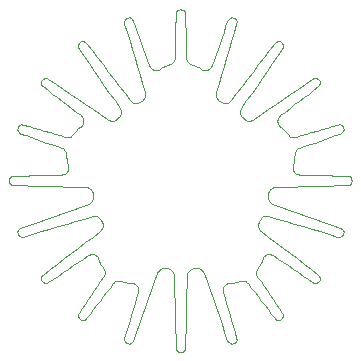
<source format=gbr>
G04 #@! TF.GenerationSoftware,KiCad,Pcbnew,5.0.2-bee76a0~70~ubuntu18.04.1*
G04 #@! TF.CreationDate,2019-06-24T09:08:42+02:00*
G04 #@! TF.ProjectId,GaudiPCR,47617564-6950-4435-922e-6b696361645f,rev?*
G04 #@! TF.SameCoordinates,Original*
G04 #@! TF.FileFunction,Profile,NP*
%FSLAX46Y46*%
G04 Gerber Fmt 4.6, Leading zero omitted, Abs format (unit mm)*
G04 Created by KiCad (PCBNEW 5.0.2-bee76a0~70~ubuntu18.04.1) date Mo 24 Jun 2019 09:08:42 CEST*
%MOMM*%
%LPD*%
G01*
G04 APERTURE LIST*
%ADD10C,0.100000*%
G04 APERTURE END LIST*
D10*
X93226922Y-107052720D02*
X93282102Y-107153580D01*
X93282102Y-107153580D02*
X93341132Y-107252280D01*
X108718637Y-95657230D02*
X108633557Y-95579830D01*
X108800657Y-95737830D02*
X108718637Y-95657230D01*
X109640137Y-98162340D02*
X109650407Y-98047790D01*
X109625497Y-98276370D02*
X109640137Y-98162340D01*
X113606657Y-99588210D02*
X114110177Y-99600510D01*
X113103137Y-99575910D02*
X113606657Y-99588210D01*
X109637540Y-103650260D02*
X108905842Y-103432130D01*
X110369237Y-103868390D02*
X109637540Y-103650260D01*
X109157447Y-96162330D02*
X109227767Y-96223230D01*
X109096377Y-96089930D02*
X109157447Y-96162330D01*
X110585537Y-99514410D02*
X111089057Y-99526710D01*
X110082057Y-99502180D02*
X110585537Y-99514410D01*
X108174144Y-103214000D02*
X107442447Y-102995870D01*
X108905842Y-103432130D02*
X108174144Y-103214000D01*
X113812069Y-104336130D02*
X113781669Y-104193000D01*
X113790579Y-104481150D02*
X113812069Y-104336130D01*
X112564330Y-104522770D02*
X111832632Y-104304640D01*
X113296027Y-104740900D02*
X112564330Y-104522770D01*
X107336636Y-102974370D02*
X107231237Y-102972370D01*
X107442447Y-102995870D02*
X107336636Y-102974370D01*
X107916587Y-100568250D02*
X107889327Y-100576250D01*
X107944187Y-100561250D02*
X107916587Y-100568250D01*
X107818547Y-100605860D02*
X107824447Y-100603860D01*
X107812647Y-100607860D02*
X107818547Y-100605860D01*
X108545507Y-95505730D02*
X108454577Y-95434930D01*
X108633557Y-95579830D02*
X108545507Y-95505730D01*
X111592577Y-99539010D02*
X112096097Y-99551310D01*
X111089057Y-99526710D02*
X111592577Y-99539010D01*
X107972067Y-100556250D02*
X107944187Y-100561250D01*
X108000187Y-100552250D02*
X107972067Y-100556250D01*
X106781764Y-108519500D02*
X107044002Y-108899630D01*
X106519567Y-108139400D02*
X106781764Y-108519500D01*
X106472067Y-108057400D02*
X106519567Y-108139400D01*
X106438577Y-107970600D02*
X106472067Y-108057400D01*
X106419067Y-107880700D02*
X106438577Y-107970600D01*
X106573297Y-103785720D02*
X106580997Y-103862420D01*
X106575497Y-103708620D02*
X106573297Y-103785720D01*
X106587577Y-103632220D02*
X106575497Y-103708620D01*
X106609617Y-103557420D02*
X106587577Y-103632220D01*
X106641657Y-103485220D02*
X106609617Y-103557420D01*
X107806747Y-100609860D02*
X107812647Y-100607860D01*
X107800847Y-100611860D02*
X107806747Y-100609860D01*
X105337077Y-108486360D02*
X105245307Y-108480360D01*
X105426347Y-108506560D02*
X105337077Y-108486360D01*
X105511517Y-108540060D02*
X105426347Y-108506560D01*
X105590987Y-108586360D02*
X105511517Y-108540060D01*
X105663167Y-108645060D02*
X105590987Y-108586360D01*
X105726457Y-108715560D02*
X105663167Y-108645060D01*
X106006951Y-109082430D02*
X105726457Y-108715560D01*
X106287445Y-109449300D02*
X106006951Y-109082430D01*
X106567938Y-109816170D02*
X106287445Y-109449300D01*
X106848432Y-110183050D02*
X106567938Y-109816170D01*
X109522047Y-107473440D02*
X109107457Y-107187430D01*
X109936637Y-107759440D02*
X109522047Y-107473440D01*
X110351227Y-108045450D02*
X109936637Y-107759440D01*
X110765817Y-108331450D02*
X110351227Y-108045450D01*
X111180407Y-108617460D02*
X110765817Y-108331450D01*
X111766578Y-108101100D02*
X111650487Y-107970420D01*
X111811728Y-108246440D02*
X111766578Y-108101100D01*
X111796428Y-108391990D02*
X111811728Y-108246440D01*
X108685477Y-111492800D02*
X108687477Y-111340620D01*
X108625947Y-111626490D02*
X108685477Y-111492800D01*
X108523299Y-111731220D02*
X108625947Y-111626490D01*
X108391979Y-111796520D02*
X108523299Y-111731220D01*
X108246428Y-111811820D02*
X108391979Y-111796520D01*
X108101090Y-111766620D02*
X108246428Y-111811820D01*
X107970407Y-111650530D02*
X108101090Y-111766620D01*
X107735835Y-106262010D02*
X107601513Y-106228110D01*
X107863687Y-106329410D02*
X107735835Y-106262010D01*
X108278277Y-106615420D02*
X107863687Y-106329410D01*
X108692867Y-106901420D02*
X108278277Y-106615420D01*
X109107457Y-107187430D02*
X108692867Y-106901420D01*
X109656307Y-97932840D02*
X109657807Y-97817630D01*
X109650407Y-98047790D02*
X109656307Y-97932840D01*
X107104976Y-106392610D02*
X107017386Y-106499960D01*
X107212454Y-106310010D02*
X107104976Y-106392610D01*
X107334551Y-106253910D02*
X107212454Y-106310010D01*
X107465994Y-106226110D02*
X107334551Y-106253910D01*
X107601513Y-106228110D02*
X107465994Y-106226110D01*
X109555497Y-98614090D02*
X109583157Y-98502370D01*
X109523527Y-98724790D02*
X109555497Y-98614090D01*
X106687657Y-103396120D02*
X106698967Y-103373720D01*
X106676267Y-103418420D02*
X106687657Y-103396120D01*
X106664807Y-103440720D02*
X106676267Y-103418420D01*
X106653267Y-103463020D02*
X106664807Y-103440720D01*
X106641657Y-103485220D02*
X106653267Y-103463020D01*
X114280891Y-100362820D02*
X114402829Y-100271820D01*
X114110177Y-100400320D02*
X114280891Y-100362820D01*
X111766588Y-91899748D02*
X111811738Y-91754410D01*
X111650497Y-92030431D02*
X111766588Y-91899748D01*
X113693870Y-95932180D02*
X113781660Y-95807920D01*
X113543167Y-96020580D02*
X113693870Y-95932180D01*
X107862437Y-100585250D02*
X107835977Y-100595850D01*
X107889327Y-100576250D02*
X107862437Y-100585250D01*
X107830247Y-100601860D02*
X107836047Y-100599860D01*
X107824447Y-100603860D02*
X107830247Y-100601860D01*
X106721367Y-103328920D02*
X106732457Y-103306420D01*
X106710207Y-103351320D02*
X106721367Y-103328920D01*
X106698967Y-103373720D02*
X106710207Y-103351320D01*
X108813610Y-100529820D02*
X108056957Y-100548320D01*
X109570262Y-100511320D02*
X108813610Y-100529820D01*
X107030603Y-103021370D02*
X106939833Y-103070770D01*
X107128483Y-102988270D02*
X107030603Y-103021370D01*
X107231237Y-102972370D02*
X107128483Y-102988270D01*
X113812060Y-95664790D02*
X113790570Y-95519770D01*
X113781660Y-95807920D02*
X113812060Y-95664790D01*
X108849631Y-94171850D02*
X108449507Y-94477770D01*
X109249754Y-93865940D02*
X108849631Y-94171850D01*
X114475989Y-99855900D02*
X114402829Y-99729160D01*
X114500379Y-100000490D02*
X114475989Y-99855900D01*
X109942323Y-102712230D02*
X110662492Y-102965840D01*
X109222154Y-102458620D02*
X109942323Y-102712230D01*
X110198063Y-96183510D02*
X110640630Y-96051570D01*
X109755497Y-96315440D02*
X110198063Y-96183510D01*
X109606497Y-98389760D02*
X109625497Y-98276370D01*
X109583157Y-98502370D02*
X109606497Y-98389760D01*
X108028497Y-100549250D02*
X108000187Y-100552250D01*
X108056957Y-100548320D02*
X108028497Y-100549250D01*
X107794947Y-100613860D02*
X107800847Y-100611860D01*
X107789047Y-100615860D02*
X107794947Y-100613860D01*
X106796777Y-104256020D02*
X106818087Y-104274820D01*
X106776407Y-104236220D02*
X106796777Y-104256020D01*
X106757007Y-104215520D02*
X106776407Y-104236220D01*
X106738607Y-104193920D02*
X106757007Y-104215520D01*
X106721247Y-104171420D02*
X106738607Y-104193920D01*
X111049222Y-107510730D02*
X111650497Y-107970440D01*
X110447947Y-107051020D02*
X111049222Y-107510730D01*
X109846672Y-106591310D02*
X110447947Y-107051020D01*
X109245397Y-106131610D02*
X109846672Y-106591310D01*
X108644122Y-105671900D02*
X109245397Y-106131610D01*
X111100935Y-104086510D02*
X110369237Y-103868390D01*
X111832632Y-104304640D02*
X111100935Y-104086510D01*
X106673247Y-104099020D02*
X106669947Y-104094020D01*
X106676547Y-104104020D02*
X106673247Y-104099020D01*
X106679847Y-104109020D02*
X106676547Y-104104020D01*
X106683147Y-104114020D02*
X106679847Y-104109020D01*
X106686447Y-104119020D02*
X106683147Y-104114020D01*
X113469923Y-95243020D02*
X113296018Y-95260020D01*
X113613991Y-95291920D02*
X113469923Y-95243020D01*
X110494019Y-97094360D02*
X110058427Y-97247760D01*
X110929612Y-96940970D02*
X110494019Y-97094360D01*
X108229482Y-95091020D02*
X108274792Y-95218760D01*
X108213902Y-94957580D02*
X108229482Y-95091020D01*
X109649878Y-93560020D02*
X109249754Y-93865940D01*
X110050002Y-93254100D02*
X109649878Y-93560020D01*
X100362793Y-114280920D02*
X100400293Y-114110210D01*
X100271743Y-114402860D02*
X100362793Y-114280920D01*
X100145000Y-114476060D02*
X100271743Y-114402860D01*
X100000410Y-114500460D02*
X100145000Y-114476060D01*
X99855820Y-114476060D02*
X100000410Y-114500460D01*
X99729077Y-114402860D02*
X99855820Y-114476060D01*
X99638027Y-114280920D02*
X99729077Y-114402860D01*
X99600527Y-114110210D02*
X99638027Y-114280920D01*
X110557393Y-91813200D02*
X111180407Y-91383411D01*
X109934379Y-92242988D02*
X110557393Y-91813200D01*
X109311366Y-92672777D02*
X109934379Y-92242988D01*
X108688352Y-93102566D02*
X109311366Y-92672777D01*
X108065338Y-93532350D02*
X108688352Y-93102566D01*
X107442325Y-93962140D02*
X108065338Y-93532350D01*
X106819311Y-94391930D02*
X107442325Y-93962140D01*
X106196307Y-94821650D02*
X106819311Y-94391930D01*
X106172477Y-94837250D02*
X106196307Y-94821650D01*
X106147977Y-94851650D02*
X106172477Y-94837250D01*
X106122847Y-94864950D02*
X106147977Y-94851650D01*
X106097127Y-94876950D02*
X106122847Y-94864950D01*
X106070867Y-94887750D02*
X106097127Y-94876950D01*
X106044117Y-94897750D02*
X106070867Y-94887750D01*
X106016907Y-94905750D02*
X106044117Y-94897750D01*
X105989287Y-94912750D02*
X106016907Y-94905750D01*
X105945887Y-94920750D02*
X105939687Y-94922750D01*
X105952087Y-94918750D02*
X105945887Y-94920750D01*
X105958287Y-94917750D02*
X105952087Y-94918750D01*
X105964487Y-94916750D02*
X105958287Y-94917750D01*
X105970687Y-94915750D02*
X105964487Y-94916750D01*
X105976887Y-94914750D02*
X105970687Y-94915750D01*
X105983087Y-94913750D02*
X105976887Y-94914750D01*
X105989287Y-94912750D02*
X105983087Y-94913750D01*
X105862027Y-94938290D02*
X105939827Y-94924490D01*
X105784097Y-94942290D02*
X105862027Y-94938290D01*
X105706987Y-94935290D02*
X105784097Y-94942290D01*
X105631647Y-94918990D02*
X105706987Y-94935290D01*
X105559017Y-94893090D02*
X105631647Y-94918990D01*
X105490047Y-94857990D02*
X105559017Y-94893090D01*
X105425697Y-94813890D02*
X105490047Y-94857990D01*
X105366897Y-94761090D02*
X105425697Y-94813890D01*
X105242857Y-94636990D02*
X105224897Y-94619490D01*
X105260757Y-94654490D02*
X105242857Y-94636990D01*
X105278597Y-94672090D02*
X105260757Y-94654490D01*
X105296377Y-94689790D02*
X105278597Y-94672090D01*
X105314097Y-94707490D02*
X105296377Y-94689790D01*
X105331757Y-94725290D02*
X105314097Y-94707490D01*
X105349357Y-94743190D02*
X105331757Y-94725290D01*
X105366897Y-94761090D02*
X105349357Y-94743190D01*
X105154477Y-94537530D02*
X105224897Y-94619330D01*
X105100987Y-94446730D02*
X105154477Y-94537530D01*
X105064667Y-94349330D02*
X105100987Y-94446730D01*
X105045757Y-94247750D02*
X105064667Y-94349330D01*
X105044457Y-94144420D02*
X105045757Y-94247750D01*
X105061087Y-94041780D02*
X105044457Y-94144420D01*
X105095837Y-93942280D02*
X105061087Y-94041780D01*
X105148957Y-93848280D02*
X105095837Y-93942280D01*
X105582516Y-93219800D02*
X105148957Y-93848280D01*
X106016074Y-92591318D02*
X105582516Y-93219800D01*
X106449633Y-91962837D02*
X106016074Y-92591318D01*
X106883192Y-91334356D02*
X106449633Y-91962837D01*
X107316751Y-90705874D02*
X106883192Y-91334356D01*
X107750310Y-90077393D02*
X107316751Y-90705874D01*
X108183868Y-89448912D02*
X107750310Y-90077393D01*
X108617427Y-88820431D02*
X108183868Y-89448912D01*
X108101089Y-88234320D02*
X107970408Y-88350348D01*
X108246408Y-88189210D02*
X108101089Y-88234320D01*
X108391932Y-88204520D02*
X108246408Y-88189210D01*
X108523227Y-88269770D02*
X108391932Y-88204520D01*
X108625857Y-88374473D02*
X108523227Y-88269770D01*
X108685387Y-88508142D02*
X108625857Y-88374473D01*
X108687387Y-88660290D02*
X108685387Y-88508142D01*
X108617427Y-88820431D02*
X108687387Y-88660290D01*
X107506664Y-88956901D02*
X107970407Y-88350351D01*
X107042922Y-89563451D02*
X107506664Y-88956901D01*
X106579179Y-90170001D02*
X107042922Y-89563451D01*
X106115437Y-90776551D02*
X106579179Y-90170001D01*
X105651694Y-91383100D02*
X106115437Y-90776551D01*
X105187952Y-91989650D02*
X105651694Y-91383100D01*
X104724210Y-92596200D02*
X105187952Y-91989650D01*
X104260467Y-93202750D02*
X104724210Y-92596200D01*
X104187486Y-93281950D02*
X104260466Y-93202350D01*
X104103566Y-93345750D02*
X104187486Y-93281950D01*
X104011086Y-93393250D02*
X104103566Y-93345750D01*
X103912426Y-93423950D02*
X104011086Y-93393250D01*
X103809966Y-93437350D02*
X103912426Y-93423950D01*
X103706084Y-93433350D02*
X103809966Y-93437350D01*
X103603157Y-93410550D02*
X103706084Y-93433350D01*
X103503567Y-93368850D02*
X103603157Y-93410550D01*
X103347437Y-93288750D02*
X103324977Y-93277550D01*
X103369857Y-93299950D02*
X103347437Y-93288750D01*
X103392237Y-93311250D02*
X103369857Y-93299950D01*
X103414577Y-93322650D02*
X103392237Y-93311250D01*
X103436877Y-93334050D02*
X103414577Y-93322650D01*
X103459147Y-93345550D02*
X103436877Y-93334050D01*
X103481377Y-93357150D02*
X103459147Y-93345550D01*
X103503567Y-93368850D02*
X103481377Y-93357150D01*
X103256607Y-93237911D02*
X103324977Y-93277511D01*
X103194797Y-93190311D02*
X103256607Y-93237911D01*
X103140097Y-93135611D02*
X103194797Y-93190311D01*
X103093057Y-93074531D02*
X103140097Y-93135611D01*
X103054227Y-93007931D02*
X103093057Y-93074531D01*
X103024167Y-92936621D02*
X103054227Y-93007931D01*
X103003417Y-92861431D02*
X103024167Y-92936621D01*
X102992527Y-92783171D02*
X103003417Y-92861431D01*
X102989074Y-92739071D02*
X102988527Y-92732771D01*
X102989608Y-92745371D02*
X102989074Y-92739071D01*
X102990128Y-92751671D02*
X102989608Y-92745371D01*
X102990634Y-92757971D02*
X102990128Y-92751671D01*
X102991128Y-92764271D02*
X102990634Y-92757971D01*
X102991608Y-92770571D02*
X102991128Y-92764271D01*
X102992074Y-92776871D02*
X102991608Y-92770571D01*
X102992527Y-92783171D02*
X102992074Y-92776871D01*
X102986520Y-92704071D02*
X102988420Y-92732501D01*
X102986000Y-92675631D02*
X102986520Y-92704071D01*
X102986827Y-92647231D02*
X102986000Y-92675631D01*
X102989027Y-92618921D02*
X102986827Y-92647231D01*
X102992527Y-92590741D02*
X102989027Y-92618921D01*
X102997327Y-92562741D02*
X102992527Y-92590741D01*
X103003527Y-92534971D02*
X102997327Y-92562741D01*
X103011027Y-92507481D02*
X103003527Y-92534971D01*
X103227258Y-91782147D02*
X103011027Y-92507481D01*
X103443490Y-91056814D02*
X103227258Y-91782147D01*
X103659721Y-90331480D02*
X103443490Y-91056814D01*
X103875952Y-89606146D02*
X103659721Y-90331480D01*
X104092183Y-88880812D02*
X103875952Y-89606146D01*
X104308415Y-88155479D02*
X104092183Y-88880812D01*
X104524646Y-87430145D02*
X104308415Y-88155479D01*
X104740877Y-86704811D02*
X104524646Y-87430145D01*
X104068672Y-86306913D02*
X103980252Y-86457684D01*
X104192941Y-86219073D02*
X104068672Y-86306913D01*
X104336089Y-86188653D02*
X104192941Y-86219073D01*
X104481139Y-86210143D02*
X104336089Y-86188653D01*
X104611117Y-86278013D02*
X104481139Y-86210143D01*
X104709047Y-86386759D02*
X104611117Y-86278013D01*
X104757957Y-86530864D02*
X104709047Y-86386759D01*
X104740877Y-86704811D02*
X104757957Y-86530864D01*
X103812957Y-86932755D02*
X103980257Y-86457681D01*
X103645657Y-87407829D02*
X103812957Y-86932755D01*
X103478357Y-87882902D02*
X103645657Y-87407829D01*
X103311057Y-88357976D02*
X103478357Y-87882902D01*
X103143757Y-88833050D02*
X103311057Y-88357976D01*
X102976457Y-89308124D02*
X103143757Y-88833050D01*
X102809157Y-89783197D02*
X102976457Y-89308124D01*
X102641856Y-90258232D02*
X102809157Y-89783197D01*
X102578056Y-90387932D02*
X102641856Y-90258232D01*
X102489336Y-90494341D02*
X102578056Y-90387932D01*
X102380990Y-90575771D02*
X102489336Y-90494341D01*
X102258307Y-90630541D02*
X102380990Y-90575771D01*
X102126577Y-90656951D02*
X102258307Y-90630541D01*
X101991090Y-90653351D02*
X102126577Y-90656951D01*
X101857137Y-90617991D02*
X101991090Y-90653351D01*
X101730007Y-90549211D02*
X101857137Y-90617991D01*
X101017834Y-90178241D02*
X100908709Y-90141251D01*
X101125340Y-90219341D02*
X101017834Y-90178241D01*
X101231113Y-90264501D02*
X101125340Y-90219341D01*
X101335040Y-90313661D02*
X101231113Y-90264501D01*
X101437007Y-90366771D02*
X101335040Y-90313661D01*
X101536897Y-90423771D02*
X101437007Y-90366771D01*
X101634607Y-90484601D02*
X101536897Y-90423771D01*
X101730007Y-90549211D02*
X101634607Y-90484601D01*
X100820997Y-90105551D02*
X100908757Y-90141251D01*
X100741367Y-90057481D02*
X100820997Y-90105551D01*
X100670877Y-89998371D02*
X100741367Y-90057481D01*
X100610527Y-89929561D02*
X100670877Y-89998371D01*
X100561317Y-89852391D02*
X100610527Y-89929561D01*
X100524257Y-89768191D02*
X100561317Y-89852391D01*
X100500347Y-89678301D02*
X100524257Y-89768191D01*
X100490607Y-89584061D02*
X100500347Y-89678301D01*
X100479317Y-89122386D02*
X100490607Y-89584061D01*
X100468027Y-88660711D02*
X100479317Y-89122386D01*
X100456737Y-88199036D02*
X100468027Y-88660711D01*
X100445447Y-87737361D02*
X100456737Y-88199036D01*
X100434157Y-87275686D02*
X100445447Y-87737361D01*
X100422867Y-86814011D02*
X100434157Y-87275686D01*
X100411577Y-86352336D02*
X100422867Y-86814011D01*
X100400287Y-85890661D02*
X100411577Y-86352336D01*
X99638021Y-85719947D02*
X99600521Y-85890661D01*
X99729071Y-85598009D02*
X99638021Y-85719947D01*
X99855814Y-85524849D02*
X99729071Y-85598009D01*
X100000404Y-85500459D02*
X99855814Y-85524849D01*
X100144994Y-85524849D02*
X100000404Y-85500459D01*
X100271737Y-85598009D02*
X100144994Y-85524849D01*
X100362787Y-85719947D02*
X100271737Y-85598009D01*
X100400287Y-85890661D02*
X100362787Y-85719947D01*
X99589287Y-86352336D02*
X99600577Y-85890661D01*
X99577997Y-86814011D02*
X99589287Y-86352336D01*
X99566707Y-87275686D02*
X99577997Y-86814011D01*
X99555417Y-87737361D02*
X99566707Y-87275686D01*
X99544127Y-88199036D02*
X99555417Y-87737361D01*
X99532837Y-88660711D02*
X99544127Y-88199036D01*
X99521547Y-89122386D02*
X99532837Y-88660711D01*
X99510307Y-89584051D02*
X99521547Y-89122386D01*
X99500507Y-89678291D02*
X99510307Y-89584051D01*
X99476597Y-89768181D02*
X99500507Y-89678291D01*
X99439537Y-89852381D02*
X99476597Y-89768181D01*
X99390327Y-89929551D02*
X99439537Y-89852381D01*
X99329977Y-89998361D02*
X99390327Y-89929551D01*
X99259487Y-90057471D02*
X99329977Y-89998361D01*
X99179857Y-90105541D02*
X99259487Y-90057471D01*
X99092097Y-90141241D02*
X99179857Y-90105541D01*
X98366216Y-90484591D02*
X98270816Y-90549201D01*
X98463916Y-90423761D02*
X98366216Y-90484591D01*
X98563806Y-90366761D02*
X98463916Y-90423761D01*
X98665771Y-90313651D02*
X98563806Y-90366761D01*
X98769697Y-90264491D02*
X98665771Y-90313651D01*
X98875469Y-90219331D02*
X98769697Y-90264491D01*
X98982974Y-90178231D02*
X98875469Y-90219331D01*
X99092097Y-90141241D02*
X98982974Y-90178231D01*
X98143676Y-90618031D02*
X98270806Y-90549251D01*
X98009722Y-90653391D02*
X98143676Y-90618031D01*
X97874235Y-90656991D02*
X98009722Y-90653391D01*
X97742505Y-90630581D02*
X97874235Y-90656991D01*
X97619821Y-90575811D02*
X97742505Y-90630581D01*
X97511475Y-90494381D02*
X97619821Y-90575811D01*
X97422755Y-90387971D02*
X97511475Y-90494381D01*
X97358955Y-90258271D02*
X97422755Y-90387971D01*
X97191655Y-89783197D02*
X97358955Y-90258271D01*
X97024355Y-89308124D02*
X97191655Y-89783197D01*
X96857055Y-88833050D02*
X97024355Y-89308124D01*
X96689755Y-88357976D02*
X96857055Y-88833050D01*
X96522455Y-87882902D02*
X96689755Y-88357976D01*
X96355155Y-87407829D02*
X96522455Y-87882902D01*
X96187855Y-86932755D02*
X96355155Y-87407829D01*
X96020555Y-86457681D02*
X96187855Y-86932755D01*
X95242863Y-86530861D02*
X95259943Y-86704802D01*
X95291773Y-86386762D02*
X95242863Y-86530861D01*
X95389703Y-86278020D02*
X95291773Y-86386762D01*
X95519678Y-86210150D02*
X95389703Y-86278020D01*
X95664723Y-86188670D02*
X95519678Y-86210150D01*
X95807867Y-86219090D02*
X95664723Y-86188670D01*
X95932135Y-86306920D02*
X95807867Y-86219090D01*
X96020555Y-86457681D02*
X95932135Y-86306920D01*
X95476167Y-87430145D02*
X95259936Y-86704811D01*
X95692399Y-88155479D02*
X95476167Y-87430145D01*
X95908630Y-88880812D02*
X95692399Y-88155479D01*
X96124861Y-89606146D02*
X95908630Y-88880812D01*
X96341093Y-90331480D02*
X96124861Y-89606146D01*
X96557324Y-91056814D02*
X96341093Y-90331480D01*
X96773556Y-91782147D02*
X96557324Y-91056814D01*
X96989789Y-92507471D02*
X96773556Y-91782147D01*
X96997289Y-92534961D02*
X96989789Y-92507471D01*
X97003489Y-92562731D02*
X96997289Y-92534961D01*
X97008289Y-92590731D02*
X97003489Y-92562731D01*
X97011789Y-92618911D02*
X97008289Y-92590731D01*
X97013989Y-92647221D02*
X97011789Y-92618911D01*
X97014816Y-92675621D02*
X97013989Y-92647221D01*
X97014296Y-92704061D02*
X97014816Y-92675621D01*
X97012396Y-92732491D02*
X97014296Y-92704061D01*
X97008761Y-92776591D02*
X97008296Y-92782891D01*
X97009240Y-92770291D02*
X97008761Y-92776591D01*
X97009733Y-92763991D02*
X97009240Y-92770291D01*
X97010239Y-92757691D02*
X97009733Y-92763991D01*
X97010758Y-92751391D02*
X97010239Y-92757691D01*
X97011290Y-92745091D02*
X97010758Y-92751391D01*
X97011836Y-92738791D02*
X97011290Y-92745091D01*
X97012396Y-92732491D02*
X97011836Y-92738791D01*
X96997395Y-92861470D02*
X97008285Y-92783210D01*
X96976645Y-92936660D02*
X96997395Y-92861470D01*
X96946575Y-93007970D02*
X96976645Y-92936660D01*
X96907745Y-93074570D02*
X96946575Y-93007970D01*
X96860705Y-93135650D02*
X96907745Y-93074570D01*
X96806005Y-93190350D02*
X96860705Y-93135650D01*
X96744195Y-93237950D02*
X96806005Y-93190350D01*
X96675825Y-93277550D02*
X96744195Y-93237950D01*
X96519445Y-93357150D02*
X96497255Y-93368850D01*
X96541675Y-93345550D02*
X96519445Y-93357150D01*
X96563935Y-93334050D02*
X96541675Y-93345550D01*
X96586235Y-93322650D02*
X96563935Y-93334050D01*
X96608575Y-93311250D02*
X96586235Y-93322650D01*
X96630955Y-93299950D02*
X96608575Y-93311250D01*
X96653375Y-93288750D02*
X96630955Y-93299950D01*
X96675825Y-93277550D02*
X96653375Y-93288750D01*
X96397655Y-93410950D02*
X96497245Y-93369250D01*
X96294728Y-93433750D02*
X96397655Y-93410950D01*
X96190845Y-93437750D02*
X96294728Y-93433750D01*
X96088385Y-93424350D02*
X96190845Y-93437750D01*
X95989725Y-93393650D02*
X96088385Y-93424350D01*
X95897245Y-93346150D02*
X95989725Y-93393650D01*
X95813325Y-93282350D02*
X95897245Y-93346150D01*
X95740345Y-93202750D02*
X95813325Y-93282350D01*
X95276602Y-92596200D02*
X95740345Y-93202750D01*
X94812859Y-91989650D02*
X95276602Y-92596200D01*
X94349116Y-91383100D02*
X94812859Y-91989650D01*
X93885373Y-90776551D02*
X94349116Y-91383100D01*
X93421629Y-90170001D02*
X93885373Y-90776551D01*
X92957886Y-89563451D02*
X93421629Y-90170001D01*
X92494143Y-88956901D02*
X92957886Y-89563451D01*
X92030400Y-88350351D02*
X92494143Y-88956901D01*
X91313396Y-88660287D02*
X91383376Y-88820433D01*
X91315396Y-88508131D02*
X91313396Y-88660287D01*
X91374926Y-88374454D02*
X91315396Y-88508131D01*
X91477562Y-88269745D02*
X91374926Y-88374454D01*
X91608863Y-88204495D02*
X91477562Y-88269745D01*
X91754395Y-88189185D02*
X91608863Y-88204495D01*
X91899719Y-88234305D02*
X91754395Y-88189185D01*
X92030400Y-88350351D02*
X91899719Y-88234305D01*
X91816938Y-89448912D02*
X91383378Y-88820431D01*
X92250497Y-90077393D02*
X91816938Y-89448912D01*
X92684057Y-90705874D02*
X92250497Y-90077393D01*
X93117617Y-91334356D02*
X92684057Y-90705874D01*
X93551177Y-91962837D02*
X93117617Y-91334356D01*
X93984736Y-92591318D02*
X93551177Y-91962837D01*
X94418296Y-93219800D02*
X93984736Y-92591318D01*
X94851881Y-93848310D02*
X94418296Y-93219800D01*
X94905001Y-93942310D02*
X94851881Y-93848310D01*
X94939751Y-94041810D02*
X94905001Y-93942310D01*
X94956381Y-94144440D02*
X94939751Y-94041810D01*
X94955081Y-94247770D02*
X94956381Y-94144440D01*
X94936171Y-94349360D02*
X94955081Y-94247770D01*
X94899851Y-94446760D02*
X94936171Y-94349360D01*
X94846361Y-94537660D02*
X94899851Y-94446760D01*
X94775931Y-94619460D02*
X94846361Y-94537660D01*
X94651471Y-94743160D02*
X94633931Y-94761060D01*
X94669071Y-94725260D02*
X94651471Y-94743160D01*
X94686731Y-94707460D02*
X94669071Y-94725260D01*
X94704451Y-94689760D02*
X94686731Y-94707460D01*
X94722231Y-94672060D02*
X94704451Y-94689760D01*
X94740071Y-94654460D02*
X94722231Y-94672060D01*
X94757971Y-94636960D02*
X94740071Y-94654460D01*
X94775931Y-94619460D02*
X94757971Y-94636960D01*
X94575128Y-94813900D02*
X94633928Y-94761100D01*
X94510768Y-94858000D02*
X94575128Y-94813900D01*
X94441798Y-94893100D02*
X94510768Y-94858000D01*
X94369168Y-94919000D02*
X94441798Y-94893100D01*
X94293828Y-94935300D02*
X94369168Y-94919000D01*
X94216718Y-94942300D02*
X94293828Y-94935300D01*
X94138788Y-94938300D02*
X94216718Y-94942300D01*
X94060998Y-94924500D02*
X94138788Y-94938300D01*
X94017598Y-94915500D02*
X94011398Y-94914500D01*
X94023798Y-94916500D02*
X94017598Y-94915500D01*
X94029998Y-94917500D02*
X94023798Y-94916500D01*
X94036198Y-94918500D02*
X94029998Y-94917500D01*
X94042398Y-94919500D02*
X94036198Y-94918500D01*
X94048598Y-94920500D02*
X94042398Y-94919500D01*
X94054798Y-94922500D02*
X94048598Y-94920500D01*
X94060998Y-94924500D02*
X94054798Y-94922500D01*
X93983896Y-94905720D02*
X94011506Y-94912720D01*
X93956696Y-94897720D02*
X93983896Y-94905720D01*
X93929946Y-94887720D02*
X93956696Y-94897720D01*
X93903686Y-94876920D02*
X93929946Y-94887720D01*
X93877976Y-94864920D02*
X93903686Y-94876920D01*
X93852846Y-94851720D02*
X93877976Y-94864920D01*
X93828346Y-94837320D02*
X93852846Y-94851720D01*
X93804516Y-94821720D02*
X93828346Y-94837320D01*
X93181502Y-94391930D02*
X93804516Y-94821720D01*
X92558488Y-93962140D02*
X93181502Y-94391930D01*
X91935474Y-93532350D02*
X92558488Y-93962140D01*
X91312460Y-93102566D02*
X91935474Y-93532350D01*
X90689446Y-92672777D02*
X91312460Y-93102566D01*
X90066432Y-92242988D02*
X90689446Y-92672777D01*
X89443418Y-91813200D02*
X90066432Y-92242988D01*
X88820404Y-91383411D02*
X89443418Y-91813200D01*
X88234243Y-91899770D02*
X88350321Y-92030453D01*
X88189103Y-91754436D02*
X88234243Y-91899770D01*
X88204403Y-91608891D02*
X88189103Y-91754436D01*
X88269663Y-91477576D02*
X88204403Y-91608891D01*
X88374385Y-91374931D02*
X88269663Y-91477576D01*
X88508077Y-91315401D02*
X88374385Y-91374931D01*
X88660247Y-91313401D02*
X88508077Y-91315401D01*
X88820404Y-91383411D02*
X88660247Y-91313401D01*
X88750439Y-92336348D02*
X88350316Y-92030431D01*
X89150563Y-92642266D02*
X88750439Y-92336348D01*
X89550686Y-92948183D02*
X89150563Y-92642266D01*
X89950809Y-93254100D02*
X89550686Y-92948183D01*
X90350933Y-93560020D02*
X89950809Y-93254100D01*
X90751056Y-93865940D02*
X90350933Y-93560020D01*
X91151180Y-94171850D02*
X90751056Y-93865940D01*
X91551332Y-94477820D02*
X91151180Y-94171850D01*
X91654967Y-94578580D02*
X91551332Y-94477820D01*
X91728747Y-94695840D02*
X91654967Y-94578580D01*
X91772707Y-94824050D02*
X91728747Y-94695840D01*
X91786877Y-94957650D02*
X91772707Y-94824050D01*
X91771287Y-95091100D02*
X91786877Y-94957650D01*
X91725967Y-95218830D02*
X91771287Y-95091100D01*
X91650937Y-95335300D02*
X91725967Y-95218830D01*
X91546234Y-95434900D02*
X91650937Y-95335300D01*
X90973334Y-95997500D02*
X90904434Y-96089900D01*
X91045644Y-95908000D02*
X90973334Y-95997500D01*
X91121284Y-95821400D02*
X91045644Y-95908000D01*
X91200154Y-95737800D02*
X91121284Y-95821400D01*
X91282174Y-95657200D02*
X91200154Y-95737800D01*
X91367254Y-95579800D02*
X91282174Y-95657200D01*
X91455304Y-95505700D02*
X91367254Y-95579800D01*
X91546234Y-95434900D02*
X91455304Y-95505700D01*
X90843380Y-96162540D02*
X90904450Y-96090140D01*
X90773050Y-96223440D02*
X90843380Y-96162540D01*
X90695050Y-96272240D02*
X90773050Y-96223440D01*
X90610960Y-96308340D02*
X90695050Y-96272240D01*
X90522360Y-96331240D02*
X90610960Y-96308340D01*
X90430830Y-96340240D02*
X90522360Y-96331240D01*
X90337950Y-96335240D02*
X90430830Y-96340240D01*
X90245310Y-96315440D02*
X90337950Y-96335240D01*
X89802744Y-96183510D02*
X90245310Y-96315440D01*
X89360179Y-96051570D02*
X89802744Y-96183510D01*
X88917613Y-95919640D02*
X89360179Y-96051570D01*
X88475047Y-95787710D02*
X88917613Y-95919640D01*
X88032482Y-95655770D02*
X88475047Y-95787710D01*
X87589916Y-95523840D02*
X88032482Y-95655770D01*
X87147351Y-95391900D02*
X87589916Y-95523840D01*
X86704785Y-95259970D02*
X87147351Y-95391900D01*
X86306932Y-95932130D02*
X86457641Y-96020530D01*
X86219132Y-95807870D02*
X86306932Y-95932130D01*
X86188732Y-95664740D02*
X86219132Y-95807870D01*
X86210222Y-95519720D02*
X86188732Y-95664740D01*
X86278082Y-95389770D02*
X86210222Y-95519720D01*
X86386804Y-95291870D02*
X86278082Y-95389770D01*
X86530876Y-95242970D02*
X86386804Y-95291870D01*
X86704785Y-95259970D02*
X86530876Y-95242970D01*
X86893235Y-96173980D02*
X86457643Y-96020580D01*
X87328828Y-96327380D02*
X86893235Y-96173980D01*
X87764421Y-96480770D02*
X87328828Y-96327380D01*
X88200013Y-96634170D02*
X87764421Y-96480770D01*
X88635606Y-96787570D02*
X88200013Y-96634170D01*
X89071198Y-96940970D02*
X88635606Y-96787570D01*
X89506791Y-97094360D02*
X89071198Y-96940970D01*
X89942383Y-97247760D02*
X89506791Y-97094360D01*
X90029033Y-97286030D02*
X89942423Y-97247630D01*
X90107133Y-97336530D02*
X90029033Y-97286030D01*
X90175753Y-97397830D02*
X90107133Y-97336530D01*
X90233943Y-97468530D02*
X90175753Y-97397830D01*
X90280733Y-97547230D02*
X90233943Y-97468530D01*
X90315163Y-97632530D02*
X90280733Y-97547230D01*
X90336273Y-97723130D02*
X90315163Y-97632530D01*
X90343073Y-97817630D02*
X90336273Y-97723130D01*
X90445383Y-98614090D02*
X90477353Y-98724790D01*
X90417723Y-98502370D02*
X90445383Y-98614090D01*
X90394383Y-98389760D02*
X90417723Y-98502370D01*
X90375383Y-98276370D02*
X90394383Y-98389760D01*
X90360743Y-98162340D02*
X90375383Y-98276370D01*
X90350473Y-98047790D02*
X90360743Y-98162340D01*
X90344573Y-97932840D02*
X90350473Y-98047790D01*
X90343073Y-97817630D02*
X90344573Y-97932840D01*
X90503445Y-98866880D02*
X90477315Y-98724720D01*
X90495645Y-99005210D02*
X90503445Y-98866880D01*
X90457235Y-99135190D02*
X90495645Y-99005210D01*
X90391415Y-99252310D02*
X90457235Y-99135190D01*
X90301415Y-99352110D02*
X90391415Y-99252310D01*
X90190487Y-99430010D02*
X90301415Y-99352110D01*
X90061868Y-99481510D02*
X90190487Y-99430010D01*
X89918798Y-99502160D02*
X90061868Y-99481510D01*
X89415277Y-99514460D02*
X89918798Y-99502160D01*
X88911757Y-99526760D02*
X89415277Y-99514460D01*
X88408236Y-99539060D02*
X88911757Y-99526760D01*
X87904715Y-99551360D02*
X88408236Y-99539060D01*
X87401195Y-99563660D02*
X87904715Y-99551360D01*
X86897674Y-99575960D02*
X87401195Y-99563660D01*
X86394154Y-99588260D02*
X86897674Y-99575960D01*
X85890633Y-99600560D02*
X86394154Y-99588260D01*
X85719919Y-100362720D02*
X85890633Y-100400220D01*
X85597981Y-100271720D02*
X85719919Y-100362720D01*
X85524821Y-100144980D02*
X85597981Y-100271720D01*
X85500431Y-100000390D02*
X85524821Y-100144980D01*
X85524821Y-99855800D02*
X85500431Y-100000390D01*
X85597981Y-99729060D02*
X85524821Y-99855800D01*
X85719919Y-99638060D02*
X85597981Y-99729060D01*
X85890633Y-99600560D02*
X85719919Y-99638060D01*
X86647285Y-100418750D02*
X85890633Y-100400250D01*
X87403937Y-100437250D02*
X86647285Y-100418750D01*
X88160589Y-100455750D02*
X87403937Y-100437250D01*
X88917242Y-100474250D02*
X88160589Y-100455750D01*
X89673894Y-100492750D02*
X88917242Y-100474250D01*
X90430546Y-100511250D02*
X89673894Y-100492750D01*
X91187198Y-100529750D02*
X90430546Y-100511250D01*
X91943850Y-100548250D02*
X91187198Y-100529750D01*
X91972307Y-100549680D02*
X91943847Y-100548680D01*
X92000617Y-100552680D02*
X91972307Y-100549680D01*
X92028737Y-100556680D02*
X92000617Y-100552680D01*
X92056617Y-100561680D02*
X92028737Y-100556680D01*
X92084217Y-100568680D02*
X92056617Y-100561680D01*
X92111477Y-100576680D02*
X92084217Y-100568680D01*
X92138367Y-100585680D02*
X92111477Y-100576680D01*
X92164827Y-100596280D02*
X92138367Y-100585680D01*
X92206027Y-100610280D02*
X92211927Y-100612280D01*
X92200127Y-100608280D02*
X92206027Y-100610280D01*
X92194227Y-100606280D02*
X92200127Y-100608280D01*
X92188327Y-100604280D02*
X92194227Y-100606280D01*
X92182427Y-100602280D02*
X92188327Y-100604280D01*
X92176527Y-100600280D02*
X92182427Y-100602280D01*
X92170627Y-100598280D02*
X92176527Y-100600280D01*
X92164827Y-100596280D02*
X92170627Y-100598280D01*
X92282822Y-100650420D02*
X92211752Y-100615920D01*
X92347922Y-100693420D02*
X92282822Y-100650420D01*
X92406452Y-100744020D02*
X92347922Y-100693420D01*
X92457802Y-100801520D02*
X92406452Y-100744020D01*
X92501362Y-100865120D02*
X92457802Y-100801520D01*
X92536522Y-100934020D02*
X92501362Y-100865120D01*
X92562672Y-101007520D02*
X92536522Y-100934020D01*
X92579212Y-101084820D02*
X92562672Y-101007520D01*
X92606612Y-101258120D02*
X92610812Y-101282820D01*
X92602412Y-101233420D02*
X92606612Y-101258120D01*
X92598312Y-101208720D02*
X92602412Y-101233420D01*
X92594312Y-101184020D02*
X92598312Y-101208720D01*
X92590412Y-101159220D02*
X92594312Y-101184020D01*
X92586612Y-101134420D02*
X92590412Y-101159220D01*
X92582912Y-101109620D02*
X92586612Y-101134420D01*
X92579212Y-101084820D02*
X92582912Y-101109620D01*
X92619733Y-101390490D02*
X92610833Y-101282890D01*
X92609613Y-101495430D02*
X92619733Y-101390490D01*
X92581733Y-101595590D02*
X92609613Y-101495430D01*
X92537323Y-101688890D02*
X92581733Y-101595590D01*
X92477613Y-101773190D02*
X92537323Y-101688890D01*
X92403833Y-101846490D02*
X92477613Y-101773190D01*
X92317213Y-101906590D02*
X92403833Y-101846490D01*
X92218993Y-101951390D02*
X92317213Y-101906590D01*
X91498824Y-102205000D02*
X92218993Y-101951390D01*
X90778656Y-102458620D02*
X91498824Y-102205000D01*
X90058487Y-102712230D02*
X90778656Y-102458620D01*
X89338318Y-102965840D02*
X90058487Y-102712230D01*
X88618149Y-103219450D02*
X89338318Y-102965840D01*
X87897980Y-103473070D02*
X88618149Y-103219450D01*
X87177812Y-103726680D02*
X87897980Y-103473070D01*
X86457643Y-103980290D02*
X87177812Y-103726680D01*
X86530878Y-104757850D02*
X86704787Y-104740850D01*
X86386806Y-104708950D02*
X86530878Y-104757850D01*
X86278084Y-104611050D02*
X86386806Y-104708950D01*
X86210224Y-104481100D02*
X86278084Y-104611050D01*
X86188734Y-104336080D02*
X86210224Y-104481100D01*
X86219134Y-104192950D02*
X86188734Y-104336080D01*
X86306934Y-104068690D02*
X86219134Y-104192950D01*
X86457643Y-103980290D02*
X86306934Y-104068690D01*
X87436483Y-104522770D02*
X86704785Y-104740900D01*
X88168180Y-104304640D02*
X87436483Y-104522770D01*
X88899878Y-104086510D02*
X88168180Y-104304640D01*
X89631575Y-103868390D02*
X88899878Y-104086510D01*
X90363273Y-103650260D02*
X89631575Y-103868390D01*
X91094971Y-103432130D02*
X90363273Y-103650260D01*
X91826668Y-103214000D02*
X91094971Y-103432130D01*
X92558366Y-102995870D02*
X91826668Y-103214000D01*
X92664172Y-102973990D02*
X92558361Y-102995490D01*
X92769570Y-102971990D02*
X92664172Y-102973990D01*
X92872323Y-102987890D02*
X92769570Y-102971990D01*
X92970203Y-103020990D02*
X92872323Y-102987890D01*
X93060973Y-103070390D02*
X92970203Y-103020990D01*
X93142403Y-103135090D02*
X93060973Y-103070390D01*
X93212273Y-103214090D02*
X93142403Y-103135090D01*
X93268343Y-103306390D02*
X93212273Y-103214090D01*
X93347533Y-103462990D02*
X93359143Y-103485190D01*
X93335993Y-103440690D02*
X93347533Y-103462990D01*
X93324533Y-103418390D02*
X93335993Y-103440690D01*
X93313143Y-103396090D02*
X93324533Y-103418390D01*
X93301833Y-103373690D02*
X93313143Y-103396090D01*
X93290593Y-103351290D02*
X93301833Y-103373690D01*
X93279433Y-103328890D02*
X93290593Y-103351290D01*
X93268343Y-103306390D02*
X93279433Y-103328890D01*
X93391097Y-103557500D02*
X93359057Y-103485300D01*
X93413137Y-103632300D02*
X93391097Y-103557500D01*
X93425217Y-103708700D02*
X93413137Y-103632300D01*
X93427417Y-103785800D02*
X93425217Y-103708700D01*
X93419717Y-103862500D02*
X93427417Y-103785800D01*
X93402127Y-103937900D02*
X93419717Y-103862500D01*
X93374717Y-104010900D02*
X93402127Y-103937900D01*
X93337527Y-104080600D02*
X93374717Y-104010900D01*
X93314427Y-104115600D02*
X93311127Y-104120600D01*
X93317727Y-104110600D02*
X93314427Y-104115600D01*
X93321027Y-104105600D02*
X93317727Y-104110600D01*
X93324327Y-104100600D02*
X93321027Y-104105600D01*
X93327627Y-104095600D02*
X93324327Y-104100600D01*
X93330927Y-104090600D02*
X93327627Y-104095600D01*
X93334227Y-104085600D02*
X93330927Y-104090600D01*
X93337527Y-104080600D02*
X93334227Y-104085600D01*
X93295868Y-104148270D02*
X93311068Y-104124170D01*
X93279578Y-104171570D02*
X93295868Y-104148270D01*
X93262218Y-104194070D02*
X93279578Y-104171570D01*
X93243818Y-104215670D02*
X93262218Y-104194070D01*
X93224418Y-104236370D02*
X93243818Y-104215670D01*
X93204048Y-104256170D02*
X93224418Y-104236370D01*
X93182738Y-104274970D02*
X93204048Y-104256170D01*
X93160518Y-104292770D02*
X93182738Y-104274970D01*
X92559243Y-104752480D02*
X93160518Y-104292770D01*
X91957967Y-105212190D02*
X92559243Y-104752480D01*
X91356692Y-105671900D02*
X91957967Y-105212190D01*
X90755417Y-106131610D02*
X91356692Y-105671900D01*
X90154142Y-106591310D02*
X90755417Y-106131610D01*
X89552866Y-107051020D02*
X90154142Y-106591310D01*
X88951591Y-107510730D02*
X89552866Y-107051020D01*
X88350316Y-107970440D02*
X88951591Y-107510730D01*
X88660242Y-108687460D02*
X88820399Y-108617460D01*
X88508072Y-108685460D02*
X88660242Y-108687460D01*
X88374380Y-108625960D02*
X88508072Y-108685460D01*
X88269658Y-108523320D02*
X88374380Y-108625960D01*
X88204398Y-108392000D02*
X88269658Y-108523320D01*
X88189098Y-108246460D02*
X88204398Y-108392000D01*
X88234238Y-108101120D02*
X88189098Y-108246460D01*
X88350316Y-107970440D02*
X88234238Y-108101120D01*
X89234994Y-108331450D02*
X88820404Y-108617460D01*
X89649584Y-108045450D02*
X89234994Y-108331450D01*
X90064174Y-107759440D02*
X89649584Y-108045450D01*
X90478764Y-107473440D02*
X90064174Y-107759440D01*
X90893353Y-107187430D02*
X90478764Y-107473440D01*
X91307943Y-106901420D02*
X90893353Y-107187430D01*
X91722533Y-106615420D02*
X91307943Y-106901420D01*
X92137123Y-106329410D02*
X91722533Y-106615420D01*
X92264974Y-106261690D02*
X92137122Y-106329090D01*
X92399296Y-106227790D02*
X92264974Y-106261690D01*
X92534814Y-106225790D02*
X92399296Y-106227790D01*
X92666258Y-106253590D02*
X92534814Y-106225790D01*
X92788354Y-106309690D02*
X92666258Y-106253590D01*
X92895832Y-106392290D02*
X92788354Y-106309690D01*
X92983422Y-106499630D02*
X92895832Y-106392290D01*
X93045842Y-106630000D02*
X92983422Y-106499630D01*
X93403942Y-107348680D02*
X93470482Y-107442780D01*
X93341132Y-107252280D02*
X93403942Y-107348680D01*
X93175652Y-106949820D02*
X93226922Y-107052720D01*
X93128342Y-106844990D02*
X93175652Y-106949820D01*
X93085052Y-106738350D02*
X93128342Y-106844990D01*
X93045842Y-106630000D02*
X93085052Y-106738350D01*
X93520530Y-107523260D02*
X93470510Y-107442760D01*
X93556690Y-107608960D02*
X93520530Y-107523260D01*
X93578980Y-107698160D02*
X93556690Y-107608960D01*
X98031802Y-107832040D02*
X97780393Y-108545870D01*
X98041902Y-107805440D02*
X98031802Y-107832040D01*
X98053232Y-107779340D02*
X98041902Y-107805440D01*
X98065772Y-107753840D02*
X98053232Y-107779340D01*
X98079502Y-107728940D02*
X98065772Y-107753840D01*
X98094392Y-107704740D02*
X98079502Y-107728940D01*
X98110412Y-107681240D02*
X98094392Y-107704740D01*
X98127542Y-107658540D02*
X98110412Y-107681240D01*
X98145762Y-107636640D02*
X98127542Y-107658540D01*
X98174762Y-107601640D02*
X98178862Y-107596640D01*
X98170662Y-107606640D02*
X98174762Y-107601640D01*
X98166562Y-107611640D02*
X98170662Y-107606640D01*
X98162462Y-107616640D02*
X98166562Y-107611640D01*
X98158362Y-107621640D02*
X98162462Y-107616640D01*
X98154162Y-107626640D02*
X98158362Y-107621640D01*
X98149962Y-107631640D02*
X98154162Y-107626640D01*
X98145762Y-107636640D02*
X98149962Y-107631640D01*
X98233697Y-107541100D02*
X98178887Y-107598000D01*
X98294687Y-107492500D02*
X98233697Y-107541100D01*
X98360927Y-107452500D02*
X98294687Y-107492500D01*
X98431487Y-107421400D02*
X98360927Y-107452500D01*
X98505447Y-107399600D02*
X98431487Y-107421400D01*
X98581877Y-107387500D02*
X98505447Y-107399600D01*
X98659847Y-107385500D02*
X98581877Y-107387500D01*
X98738437Y-107393500D02*
X98659847Y-107385500D01*
X98911777Y-107421500D02*
X98936587Y-107425500D01*
X98886977Y-107417500D02*
X98911777Y-107421500D01*
X98862187Y-107413500D02*
X98886977Y-107417500D01*
X98837407Y-107409500D02*
X98862187Y-107413500D01*
X98812647Y-107405500D02*
X98837407Y-107409500D01*
X98787897Y-107401500D02*
X98812647Y-107405500D01*
X98763157Y-107397500D02*
X98787897Y-107401500D01*
X98738437Y-107393500D02*
X98763157Y-107397500D01*
X99041657Y-107449360D02*
X98936579Y-107424560D01*
X99138327Y-107491460D02*
X99041657Y-107449360D01*
X99224977Y-107548960D02*
X99138327Y-107491460D01*
X99299987Y-107620060D02*
X99224977Y-107548960D01*
X99361737Y-107702860D02*
X99299987Y-107620060D01*
X99408617Y-107795660D02*
X99361737Y-107702860D01*
X99439007Y-107896610D02*
X99408617Y-107795660D01*
X99451297Y-108003880D02*
X99439007Y-107896610D01*
X99469947Y-108767170D02*
X99451297Y-108003880D01*
X99488607Y-109530460D02*
X99469947Y-108767170D01*
X99507257Y-110293750D02*
X99488607Y-109530460D01*
X99525907Y-111057050D02*
X99507257Y-110293750D01*
X99544567Y-111820340D02*
X99525907Y-111057050D01*
X99563217Y-112583630D02*
X99544567Y-111820340D01*
X99581867Y-113346920D02*
X99563217Y-112583630D01*
X99600527Y-114110210D02*
X99581867Y-113346920D01*
X100418967Y-113346920D02*
X100400317Y-114110210D01*
X100437617Y-112583630D02*
X100418967Y-113346920D01*
X100456267Y-111820340D02*
X100437617Y-112583630D01*
X100474917Y-111057050D02*
X100456267Y-111820340D01*
X100493567Y-110293750D02*
X100474917Y-111057050D01*
X100512217Y-109530460D02*
X100493567Y-110293750D01*
X100530867Y-108767170D02*
X100512217Y-109530460D01*
X100549517Y-108003920D02*
X100530867Y-108767170D01*
X100561797Y-107896650D02*
X100549517Y-108003920D01*
X100592187Y-107795700D02*
X100561797Y-107896650D01*
X100639067Y-107702900D02*
X100592187Y-107795700D01*
X100700827Y-107620100D02*
X100639067Y-107702900D01*
X100775837Y-107549000D02*
X100700827Y-107620100D01*
X100862487Y-107491500D02*
X100775837Y-107549000D01*
X100959157Y-107449400D02*
X100862487Y-107491500D01*
X101064237Y-107424600D02*
X100959157Y-107449400D01*
X101237667Y-107396600D02*
X101262387Y-107392600D01*
X111731168Y-108523310D02*
X111796428Y-108391990D01*
X111626441Y-108625960D02*
X111731168Y-108523310D01*
X111492743Y-108685460D02*
X111626441Y-108625960D01*
X111340568Y-108687460D02*
X111492743Y-108685460D01*
X111180407Y-108617460D02*
X111340568Y-108687460D01*
X104757997Y-113470020D02*
X104740887Y-113296050D01*
X104709097Y-113614140D02*
X104757997Y-113470020D01*
X104611157Y-113722900D02*
X104709097Y-113614140D01*
X104481167Y-113790800D02*
X104611157Y-113722900D01*
X104336102Y-113812300D02*
X104481167Y-113790800D01*
X104192942Y-113781900D02*
X104336102Y-113812300D01*
X104068667Y-113694000D02*
X104192942Y-113781900D01*
X103980257Y-113543200D02*
X104068667Y-113694000D01*
X104596983Y-112813380D02*
X104740877Y-113296060D01*
X104453089Y-112330700D02*
X104596983Y-112813380D01*
X104309196Y-111848020D02*
X104453089Y-112330700D01*
X104165302Y-111365340D02*
X104309196Y-111848020D01*
X104021408Y-110882660D02*
X104165302Y-111365340D01*
X103877514Y-110399980D02*
X104021408Y-110882660D01*
X103733621Y-109917300D02*
X103877514Y-110399980D01*
X103589757Y-109434620D02*
X103733621Y-109917300D01*
X106704947Y-104148120D02*
X106721247Y-104171420D01*
X106689747Y-104124020D02*
X106704947Y-104148120D01*
X106666647Y-104089020D02*
X106663247Y-104084020D01*
X106669947Y-104094020D02*
X106666647Y-104089020D01*
X108355190Y-110800310D02*
X108617427Y-111180440D01*
X108092952Y-110420170D02*
X108355190Y-110800310D01*
X107830714Y-110040040D02*
X108092952Y-110420170D01*
X107568477Y-109659900D02*
X107830714Y-110040040D01*
X107306240Y-109279770D02*
X107568477Y-109659900D01*
X107044002Y-108899630D02*
X107306240Y-109279770D01*
X101212927Y-107400600D02*
X101237667Y-107396600D01*
X101188177Y-107404600D02*
X101212927Y-107400600D01*
X101163417Y-107408600D02*
X101188177Y-107404600D01*
X101138637Y-107412600D02*
X101163417Y-107408600D01*
X101113847Y-107416600D02*
X101138637Y-107412600D01*
X101089047Y-107420600D02*
X101113847Y-107416600D01*
X101064237Y-107424600D02*
X101089047Y-107420600D01*
X101340967Y-107385550D02*
X101262377Y-107393550D01*
X101418937Y-107387550D02*
X101340967Y-107385550D01*
X101495367Y-107399650D02*
X101418937Y-107387550D01*
X101569327Y-107421450D02*
X101495367Y-107399650D01*
X101639887Y-107452550D02*
X101569327Y-107421450D01*
X101706127Y-107492550D02*
X101639887Y-107452550D01*
X101767117Y-107541150D02*
X101706127Y-107492550D01*
X101821927Y-107598050D02*
X101767117Y-107541150D01*
X101850827Y-107633050D02*
X101855027Y-107638050D01*
X101846627Y-107628050D02*
X101850827Y-107633050D01*
X101842427Y-107623050D02*
X101846627Y-107628050D01*
X101838327Y-107618050D02*
X101842427Y-107623050D01*
X109720117Y-97547360D02*
X109685687Y-97632660D01*
X109766907Y-97468660D02*
X109720117Y-97547360D01*
X101834227Y-107613050D02*
X101838327Y-107618050D01*
X101830127Y-107608050D02*
X101834227Y-107613050D01*
X101826027Y-107603050D02*
X101830127Y-107608050D01*
X101821927Y-107598050D02*
X101826027Y-107603050D01*
X101873267Y-107658460D02*
X101855047Y-107636560D01*
X101890407Y-107681160D02*
X101873267Y-107658460D01*
X101906427Y-107704660D02*
X101890407Y-107681160D01*
X101921317Y-107728860D02*
X101906427Y-107704660D01*
X101935047Y-107753760D02*
X101921317Y-107728860D01*
X101947587Y-107779260D02*
X101935047Y-107753760D01*
X101958917Y-107805360D02*
X101947587Y-107779260D01*
X101969017Y-107831960D02*
X101958917Y-107805360D01*
X102220422Y-108545870D02*
X101969017Y-107831960D01*
X102471827Y-109259770D02*
X102220422Y-108545870D01*
X102723232Y-109973680D02*
X102471827Y-109259770D01*
X102974637Y-110687580D02*
X102723232Y-109973680D01*
X103226042Y-111401490D02*
X102974637Y-110687580D01*
X103477447Y-112115390D02*
X103226042Y-111401490D01*
X103728852Y-112829300D02*
X103477447Y-112115390D01*
X103980257Y-113543200D02*
X103728852Y-112829300D01*
X111365204Y-96787570D02*
X110929612Y-96940970D01*
X111800797Y-96634170D02*
X111365204Y-96787570D01*
X106659677Y-107252300D02*
X106718707Y-107153600D01*
X106596867Y-107348700D02*
X106659677Y-107252300D01*
X106530327Y-107442800D02*
X106596867Y-107348700D01*
X107017386Y-106499960D02*
X106954966Y-106630330D01*
X93587380Y-107789260D02*
X93578980Y-107698160D01*
X93581780Y-107880660D02*
X93587380Y-107789260D01*
X93562270Y-107970560D02*
X93581780Y-107880660D01*
X93528780Y-108057360D02*
X93562270Y-107970560D01*
X93481280Y-108139360D02*
X93528780Y-108057360D01*
X93219042Y-108519500D02*
X93481280Y-108139360D01*
X92956805Y-108899630D02*
X93219042Y-108519500D01*
X92694567Y-109279770D02*
X92956805Y-108899630D01*
X92432329Y-109659900D02*
X92694567Y-109279770D01*
X92170091Y-110040040D02*
X92432329Y-109659900D01*
X91907853Y-110420170D02*
X92170091Y-110040040D01*
X91645616Y-110800310D02*
X91907853Y-110420170D01*
X91383378Y-111180440D02*
X91645616Y-110800310D01*
X91899750Y-111766730D02*
X92030433Y-111650620D01*
X91754407Y-111811830D02*
X91899750Y-111766730D01*
X91608849Y-111796530D02*
X91754407Y-111811830D01*
X91477521Y-111731230D02*
X91608849Y-111796530D01*
X91374868Y-111626500D02*
X91477521Y-111731230D01*
X91315338Y-111492790D02*
X91374868Y-111626500D01*
X91313338Y-111340610D02*
X91315338Y-111492790D01*
X91383378Y-111180440D02*
X91313338Y-111340610D01*
X92310894Y-111283660D02*
X92030400Y-111650530D01*
X92591388Y-110916790D02*
X92310894Y-111283660D01*
X92871882Y-110549920D02*
X92591388Y-110916790D01*
X93152377Y-110183050D02*
X92871882Y-110549920D01*
X93432871Y-109816170D02*
X93152377Y-110183050D01*
X93713365Y-109449300D02*
X93432871Y-109816170D01*
X93993859Y-109082430D02*
X93713365Y-109449300D01*
X94274353Y-108715560D02*
X93993859Y-109082430D01*
X94337643Y-108644580D02*
X94274353Y-108715080D01*
X94409823Y-108585880D02*
X94337643Y-108644580D01*
X94489293Y-108539580D02*
X94409823Y-108585880D01*
X94574463Y-108506080D02*
X94489293Y-108539580D01*
X94663733Y-108485880D02*
X94574463Y-108506080D01*
X94755503Y-108479880D02*
X94663733Y-108485880D01*
X94848173Y-108487880D02*
X94755503Y-108479880D01*
X94940153Y-108510580D02*
X94848173Y-108487880D01*
X95729231Y-108659180D02*
X95844390Y-108663180D01*
X95614430Y-108651180D02*
X95729231Y-108659180D01*
X95500112Y-108638580D02*
X95614430Y-108651180D01*
X95386403Y-108621580D02*
X95500112Y-108638580D01*
X95273427Y-108600280D02*
X95386403Y-108621580D01*
X95161310Y-108574680D02*
X95273427Y-108600280D01*
X95050177Y-108544780D02*
X95161310Y-108574680D01*
X94940153Y-108510580D02*
X95050177Y-108544780D01*
X95987698Y-108682370D02*
X95844420Y-108663270D01*
X96116855Y-108732470D02*
X95987698Y-108682370D01*
X96228600Y-108809170D02*
X96116855Y-108732470D01*
X96319650Y-108907970D02*
X96228600Y-108809170D01*
X96386710Y-109024390D02*
X96319650Y-108907970D01*
X96426500Y-109153950D02*
X96386710Y-109024390D01*
X96435700Y-109292190D02*
X96426500Y-109153950D01*
X96411080Y-109434620D02*
X96435700Y-109292190D01*
X96267187Y-109917300D02*
X96411080Y-109434620D01*
X96123294Y-110399980D02*
X96267187Y-109917300D01*
X95979401Y-110882660D02*
X96123294Y-110399980D01*
X95835508Y-111365340D02*
X95979401Y-110882660D01*
X95691615Y-111848020D02*
X95835508Y-111365340D01*
X95547722Y-112330700D02*
X95691615Y-111848020D01*
X95403829Y-112813380D02*
X95547722Y-112330700D01*
X95259936Y-113296060D02*
X95403829Y-112813380D01*
X95932131Y-113694000D02*
X96020541Y-113543210D01*
X95807858Y-113781900D02*
X95932131Y-113694000D01*
X95664702Y-113812300D02*
X95807858Y-113781900D01*
X95519642Y-113790800D02*
X95664702Y-113812300D01*
X95389656Y-113722900D02*
X95519642Y-113790800D01*
X95291726Y-113614140D02*
X95389656Y-113722900D01*
X95242826Y-113470020D02*
X95291726Y-113614140D01*
X95259936Y-113296060D02*
X95242826Y-113470020D01*
X96271960Y-112829300D02*
X96020555Y-113543200D01*
X96523366Y-112115390D02*
X96271960Y-112829300D01*
X96774771Y-111401490D02*
X96523366Y-112115390D01*
X97026176Y-110687580D02*
X96774771Y-111401490D01*
X97277582Y-109973680D02*
X97026176Y-110687580D01*
X97528987Y-109259770D02*
X97277582Y-109973680D01*
X97780393Y-108545870D02*
X97528987Y-109259770D01*
X107717977Y-100650360D02*
X107652877Y-100693360D01*
X107789047Y-100615860D02*
X107717977Y-100650360D01*
X108042847Y-105212190D02*
X108644122Y-105671900D01*
X107441572Y-104752480D02*
X108042847Y-105212190D01*
X106840297Y-104292770D02*
X107441572Y-104752480D01*
X106818087Y-104274820D02*
X106840307Y-104292620D01*
X106915757Y-106738370D02*
X106954967Y-106630020D01*
X106872467Y-106845010D02*
X106915757Y-106738370D01*
X106825157Y-106949840D02*
X106872467Y-106845010D01*
X106773887Y-107052740D02*
X106825157Y-106949840D01*
X106718707Y-107153600D02*
X106773887Y-107052740D01*
X107128926Y-110549920D02*
X106848432Y-110183050D01*
X107409420Y-110916790D02*
X107128926Y-110549920D01*
X107689913Y-111283660D02*
X107409420Y-110916790D01*
X107970407Y-111650530D02*
X107689913Y-111283660D01*
X108687477Y-111340620D02*
X108617447Y-111180460D01*
X112822998Y-103726680D02*
X113543167Y-103980290D01*
X112102830Y-103473070D02*
X112822998Y-103726680D01*
X112853461Y-95391900D02*
X113296027Y-95259970D01*
X112410894Y-95523840D02*
X112853461Y-95391900D01*
X106689747Y-104124020D02*
X106686447Y-104119020D01*
X106625997Y-104010820D02*
X106663187Y-104080520D01*
X106598587Y-103937820D02*
X106625997Y-104010820D01*
X106580997Y-103862420D02*
X106598587Y-103937820D01*
X111382661Y-103219450D02*
X112102830Y-103473070D01*
X110662492Y-102965840D02*
X111382661Y-103219450D01*
X108879527Y-95821430D02*
X108800657Y-95737830D01*
X108955167Y-95908030D02*
X108879527Y-95821430D01*
X104839500Y-108574770D02*
X104950633Y-108544870D01*
X104727382Y-108600370D02*
X104839500Y-108574770D01*
X104614406Y-108621670D02*
X104727382Y-108600370D01*
X104500696Y-108638670D02*
X104614406Y-108621670D01*
X104386378Y-108651270D02*
X104500696Y-108638670D01*
X104271576Y-108659270D02*
X104386378Y-108651270D01*
X104156417Y-108663270D02*
X104271576Y-108659270D01*
X105152637Y-108488360D02*
X105060657Y-108511060D01*
X105245307Y-108480360D02*
X105152637Y-108488360D01*
X109971817Y-97286160D02*
X109893717Y-97336660D01*
X110058427Y-97247760D02*
X109971817Y-97286160D01*
X111083196Y-95919640D02*
X111525762Y-95787710D01*
X110640630Y-96051570D02*
X111083196Y-95919640D01*
X103565137Y-109292190D02*
X103589757Y-109434620D01*
X103574337Y-109153950D02*
X103565137Y-109292190D01*
X103614127Y-109024390D02*
X103574337Y-109153950D01*
X103681187Y-108907970D02*
X103614127Y-109024390D01*
X103772237Y-108809170D02*
X103681187Y-108907970D01*
X103883982Y-108732470D02*
X103772237Y-108809170D01*
X104013139Y-108682370D02*
X103883982Y-108732470D01*
X104156417Y-108663270D02*
X104013139Y-108682370D01*
X104950633Y-108544870D02*
X105060657Y-108510670D01*
X108345862Y-94578520D02*
X108272062Y-94695770D01*
X108449507Y-94477770D02*
X108345862Y-94578520D01*
X113693879Y-104068740D02*
X113543176Y-103980340D01*
X113781669Y-104193000D02*
X113693879Y-104068740D01*
X108228082Y-94823980D02*
X108213902Y-94957580D01*
X108272062Y-94695770D02*
X108228082Y-94823980D01*
X109664577Y-97723260D02*
X109657777Y-97817760D01*
X109685687Y-97632660D02*
X109664577Y-97723260D01*
X109825097Y-97397960D02*
X109766907Y-97468660D01*
X109893717Y-97336660D02*
X109825097Y-97397960D01*
X109027477Y-95997530D02*
X108955167Y-95908030D01*
X109096377Y-96089930D02*
X109027477Y-95997530D01*
X106413467Y-107789300D02*
X106419067Y-107880700D01*
X106421867Y-107698200D02*
X106413467Y-107789300D01*
X106444147Y-107609000D02*
X106421867Y-107698200D01*
X106480307Y-107523300D02*
X106444147Y-107609000D01*
X106530327Y-107442800D02*
X106480307Y-107523300D01*
X111340578Y-91313361D02*
X111180417Y-91383391D01*
X111492753Y-91315361D02*
X111340578Y-91313361D01*
X109478457Y-96331030D02*
X109569987Y-96340030D01*
X109389857Y-96308130D02*
X109478457Y-96331030D01*
X111796438Y-91608859D02*
X111731178Y-91477539D01*
X111811738Y-91754410D02*
X111796438Y-91608859D01*
X110450126Y-92948183D02*
X110050002Y-93254100D01*
X110850250Y-92642266D02*
X110450126Y-92948183D01*
X111626451Y-91374891D02*
X111492753Y-91315361D01*
X111731178Y-91477539D02*
X111626451Y-91374891D01*
X112599617Y-99563610D02*
X113103137Y-99575910D01*
X112096097Y-99551310D02*
X112599617Y-99563610D01*
X106788543Y-103214470D02*
X106732473Y-103306770D01*
X106858403Y-103135470D02*
X106788543Y-103214470D01*
X106939833Y-103070770D02*
X106858403Y-103135470D01*
X109305767Y-96272030D02*
X109389857Y-96308130D01*
X109227767Y-96223230D02*
X109305767Y-96272030D01*
X113353524Y-100418820D02*
X112596872Y-100437320D01*
X114110177Y-100400320D02*
X113353524Y-100418820D01*
X111968328Y-95655770D02*
X112410894Y-95523840D01*
X111525762Y-95787710D02*
X111968328Y-95655770D01*
X111840220Y-100455820D02*
X111083567Y-100474320D01*
X112596872Y-100437320D02*
X111840220Y-100455820D01*
X114280891Y-99638160D02*
X114110177Y-99600660D01*
X114402829Y-99729160D02*
X114280891Y-99638160D01*
X111250373Y-92336348D02*
X110850250Y-92642266D01*
X111650497Y-92030431D02*
X111250373Y-92336348D01*
X109662857Y-96335030D02*
X109755497Y-96315230D01*
X109569987Y-96340030D02*
X109662857Y-96335030D01*
X113107575Y-96173980D02*
X112671982Y-96327380D01*
X113543167Y-96020580D02*
X113107575Y-96173980D01*
X113722710Y-95389820D02*
X113613991Y-95291920D01*
X113790570Y-95519770D02*
X113722710Y-95389820D01*
X114475989Y-100145080D02*
X114500379Y-100000490D01*
X114402829Y-100271820D02*
X114475989Y-100145080D01*
X109938986Y-99481580D02*
X110082057Y-99502180D01*
X109810366Y-99430080D02*
X109938986Y-99481580D01*
X109699437Y-99352180D02*
X109810366Y-99430080D01*
X109609437Y-99252380D02*
X109699437Y-99352180D01*
X108349812Y-95335240D02*
X108454504Y-95434940D01*
X108274792Y-95218760D02*
X108349812Y-95335240D01*
X112236389Y-96480770D02*
X111800797Y-96634170D01*
X112671982Y-96327380D02*
X112236389Y-96480770D01*
X110326915Y-100492820D02*
X109570262Y-100511320D01*
X111083567Y-100474320D02*
X110326915Y-100492820D01*
X108501986Y-102205000D02*
X109222154Y-102458620D01*
X107781787Y-101951370D02*
X108501986Y-102205000D01*
X113469932Y-104757900D02*
X113614000Y-104709000D01*
X113296027Y-104740900D02*
X113469932Y-104757900D01*
X107381047Y-101390470D02*
X107391167Y-101495410D01*
X107389947Y-101282870D02*
X107381047Y-101390470D01*
X109497397Y-98866950D02*
X109505197Y-99005280D01*
X109523527Y-98724790D02*
X109497397Y-98866950D01*
X107402447Y-101208770D02*
X107406447Y-101184070D01*
X107398347Y-101233470D02*
X107402447Y-101208770D01*
X107417847Y-101109670D02*
X107421547Y-101084870D01*
X107414147Y-101134470D02*
X107417847Y-101109670D01*
X107683567Y-101906570D02*
X107781787Y-101951370D01*
X107596947Y-101846470D02*
X107683567Y-101906570D01*
X107523167Y-101773170D02*
X107596947Y-101846470D01*
X107463457Y-101688870D02*
X107523167Y-101773170D01*
X107499437Y-100865060D02*
X107464277Y-100933960D01*
X107542997Y-100801460D02*
X107499437Y-100865060D01*
X107394147Y-101258170D02*
X107398347Y-101233470D01*
X107389947Y-101282870D02*
X107394147Y-101258170D01*
X107438127Y-101007460D02*
X107421587Y-101084760D01*
X107464277Y-100933960D02*
X107438127Y-101007460D01*
X107419047Y-101595570D02*
X107463457Y-101688870D01*
X107391167Y-101495410D02*
X107419047Y-101595570D01*
X107594347Y-100743960D02*
X107542997Y-100801460D01*
X107652877Y-100693360D02*
X107594347Y-100743960D01*
X107410347Y-101159270D02*
X107414147Y-101134470D01*
X107406447Y-101184070D02*
X107410347Y-101159270D01*
X109543607Y-99135260D02*
X109609437Y-99252380D01*
X109505197Y-99005280D02*
X109543607Y-99135260D01*
X113722719Y-104611100D02*
X113790579Y-104481150D01*
X113614000Y-104709000D02*
X113722719Y-104611100D01*
M02*

</source>
